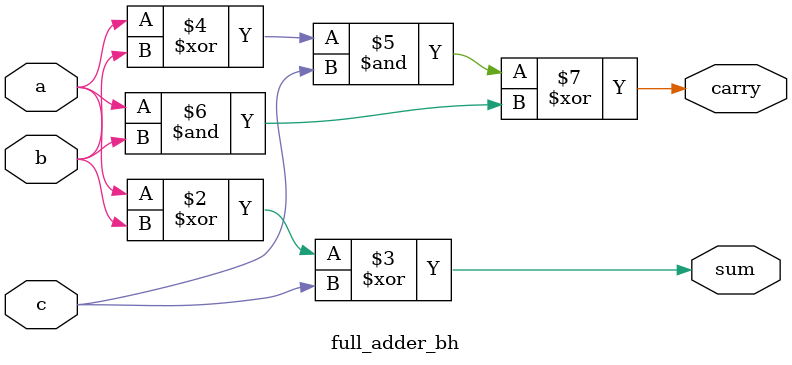
<source format=v>
module full_adder_bh(output reg sum,carry, input a,b,c);
    always @(*) begin
        sum = a ^ b ^ c;
        carry = (((a ^ b)&c) ^ (a&b));
    end 
endmodule
</source>
